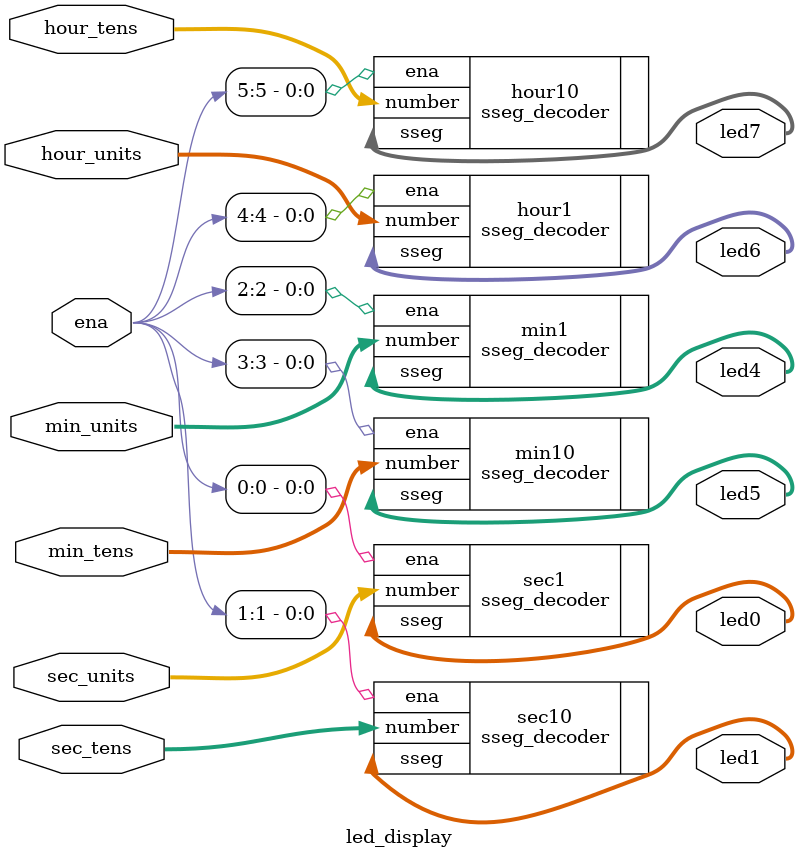
<source format=v>
module led_display (
    input  [3:0] hour_tens, hour_units,
    input  [3:0] min_tens,  min_units,
    input  [3:0] sec_tens,  sec_units,
    input  [5:0] ena,
    output [6:0] led7, led6, led5, led4, led1, led0
);
    sseg_decoder hour10 (.number(hour_tens),  .ena(ena[5]), .sseg(led7));
    sseg_decoder hour1  (.number(hour_units), .ena(ena[4]), .sseg(led6));
    sseg_decoder min10  (.number(min_tens),   .ena(ena[3]), .sseg(led5));
    sseg_decoder min1   (.number(min_units),  .ena(ena[2]), .sseg(led4));
    sseg_decoder sec10  (.number(sec_tens),   .ena(ena[1]), .sseg(led1));
    sseg_decoder sec1   (.number(sec_units),  .ena(ena[0]), .sseg(led0));

endmodule
</source>
